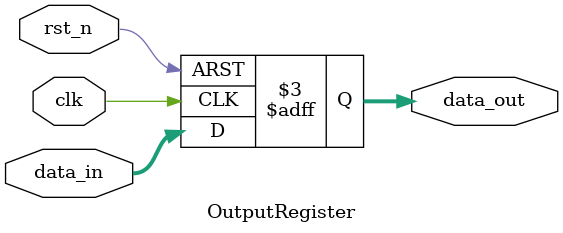
<source format=sv>
module SyncNOT(
    input clk,
    input rst_n,
    input [15:0] async_in,
    output [15:0] synced_not
);
    // 内部连线
    wire [15:0] sampled_data;
    wire [15:0] inverted_data;
    
    // 实例化输入同步子模块
    InputSampler input_stage (
        .clk(clk),
        .rst_n(rst_n),
        .async_in(async_in),
        .sampled_out(sampled_data)
    );
    
    // 实例化数据处理子模块
    DataInverter processing_stage (
        .clk(clk),
        .rst_n(rst_n),
        .data_in(sampled_data),
        .data_out(inverted_data)
    );
    
    // 实例化输出寄存器子模块
    OutputRegister output_stage (
        .clk(clk),
        .rst_n(rst_n),
        .data_in(inverted_data),
        .data_out(synced_not)
    );
endmodule

// 输入采样子模块
module InputSampler #(
    parameter WIDTH = 16
)(
    input clk,
    input rst_n,
    input [WIDTH-1:0] async_in,
    output reg [WIDTH-1:0] sampled_out
);
    always @(posedge clk or negedge rst_n) begin
        if (!rst_n) begin
            sampled_out <= {WIDTH{1'b0}};
        end else begin
            sampled_out <= async_in;
        end
    end
endmodule

// 数据处理子模块
module DataInverter #(
    parameter WIDTH = 16
)(
    input clk,
    input rst_n,
    input [WIDTH-1:0] data_in,
    output reg [WIDTH-1:0] data_out
);
    always @(posedge clk or negedge rst_n) begin
        if (!rst_n) begin
            data_out <= {WIDTH{1'b0}};
        end else begin
            data_out <= ~data_in;
        end
    end
endmodule

// 输出寄存器子模块
module OutputRegister #(
    parameter WIDTH = 16
)(
    input clk,
    input rst_n,
    input [WIDTH-1:0] data_in,
    output reg [WIDTH-1:0] data_out
);
    always @(posedge clk or negedge rst_n) begin
        if (!rst_n) begin
            data_out <= {WIDTH{1'b0}};
        end else begin
            data_out <= data_in;
        end
    end
endmodule
</source>
